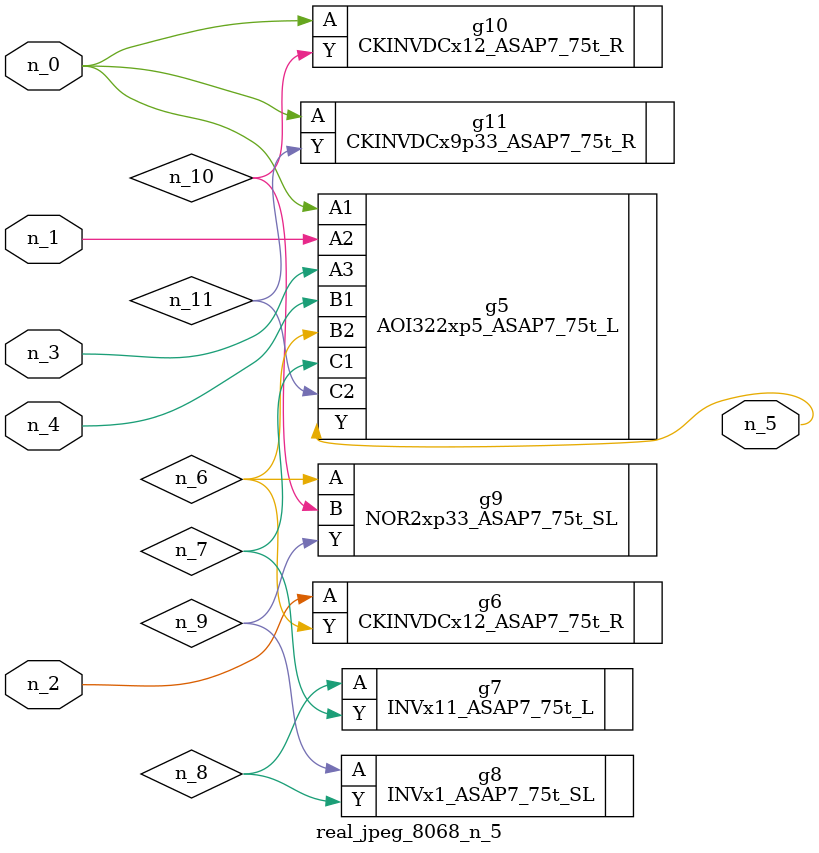
<source format=v>
module real_jpeg_8068_n_5 (n_4, n_0, n_1, n_2, n_3, n_5);

input n_4;
input n_0;
input n_1;
input n_2;
input n_3;

output n_5;

wire n_8;
wire n_11;
wire n_6;
wire n_7;
wire n_10;
wire n_9;

AOI322xp5_ASAP7_75t_L g5 ( 
.A1(n_0),
.A2(n_1),
.A3(n_3),
.B1(n_4),
.B2(n_6),
.C1(n_7),
.C2(n_11),
.Y(n_5)
);

CKINVDCx12_ASAP7_75t_R g10 ( 
.A(n_0),
.Y(n_10)
);

CKINVDCx9p33_ASAP7_75t_R g11 ( 
.A(n_0),
.Y(n_11)
);

CKINVDCx12_ASAP7_75t_R g6 ( 
.A(n_2),
.Y(n_6)
);

NOR2xp33_ASAP7_75t_SL g9 ( 
.A(n_6),
.B(n_10),
.Y(n_9)
);

INVx11_ASAP7_75t_L g7 ( 
.A(n_8),
.Y(n_7)
);

INVx1_ASAP7_75t_SL g8 ( 
.A(n_9),
.Y(n_8)
);


endmodule
</source>
